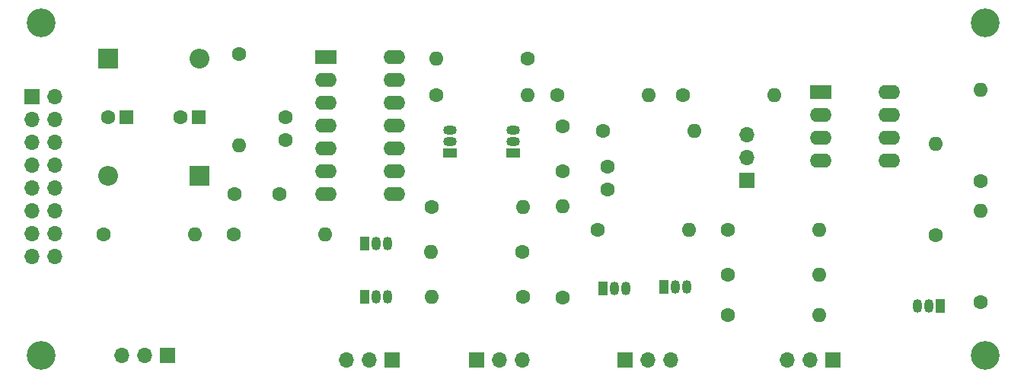
<source format=gbr>
%TF.GenerationSoftware,KiCad,Pcbnew,7.0.1-0*%
%TF.CreationDate,2023-07-04T20:45:15+01:00*%
%TF.ProjectId,Penfold_ADSR,50656e66-6f6c-4645-9f41-4453522e6b69,rev?*%
%TF.SameCoordinates,Original*%
%TF.FileFunction,Soldermask,Top*%
%TF.FilePolarity,Negative*%
%FSLAX46Y46*%
G04 Gerber Fmt 4.6, Leading zero omitted, Abs format (unit mm)*
G04 Created by KiCad (PCBNEW 7.0.1-0) date 2023-07-04 20:45:15*
%MOMM*%
%LPD*%
G01*
G04 APERTURE LIST*
%ADD10R,1.050000X1.500000*%
%ADD11O,1.050000X1.500000*%
%ADD12C,1.600000*%
%ADD13O,1.600000X1.600000*%
%ADD14R,2.200000X2.200000*%
%ADD15O,2.200000X2.200000*%
%ADD16C,3.200000*%
%ADD17R,1.700000X1.700000*%
%ADD18O,1.700000X1.700000*%
%ADD19R,1.600000X1.600000*%
%ADD20R,1.500000X1.050000*%
%ADD21O,1.500000X1.050000*%
%ADD22R,2.400000X1.600000*%
%ADD23O,2.400000X1.600000*%
G04 APERTURE END LIST*
D10*
%TO.C,Q6*%
X146230000Y-94360000D03*
D11*
X147500000Y-94360000D03*
X148770000Y-94360000D03*
%TD*%
D12*
%TO.C,R3*%
X99000000Y-68420000D03*
D13*
X99000000Y-78580000D03*
%TD*%
D14*
%TO.C,D1*%
X84420000Y-69000000D03*
D15*
X94580000Y-69000000D03*
%TD*%
D10*
%TO.C,Q3*%
X112960000Y-95500000D03*
D11*
X114230000Y-95500000D03*
X115500000Y-95500000D03*
%TD*%
D12*
%TO.C,C6*%
X135000000Y-81500000D03*
X135000000Y-76500000D03*
%TD*%
%TO.C,R13*%
X138920000Y-88000000D03*
D13*
X149080000Y-88000000D03*
%TD*%
D16*
%TO.C,H1*%
X77000000Y-65000000D03*
%TD*%
D17*
%TO.C,J1*%
X76000000Y-73220000D03*
D18*
X78540000Y-73220000D03*
X76000000Y-75760000D03*
X78540000Y-75760000D03*
X76000000Y-78300000D03*
X78540000Y-78300000D03*
X76000000Y-80840000D03*
X78540000Y-80840000D03*
X76000000Y-83380000D03*
X78540000Y-83380000D03*
X76000000Y-85920000D03*
X78540000Y-85920000D03*
X76000000Y-88460000D03*
X78540000Y-88460000D03*
X76000000Y-91000000D03*
X78540000Y-91000000D03*
%TD*%
D12*
%TO.C,C5*%
X140000000Y-81000000D03*
X140000000Y-83500000D03*
%TD*%
D17*
%TO.C,RV1*%
X116000000Y-102500000D03*
D18*
X113460000Y-102500000D03*
X110920000Y-102500000D03*
%TD*%
D12*
%TO.C,R12*%
X139500000Y-77000000D03*
D13*
X149660000Y-77000000D03*
%TD*%
D19*
%TO.C,C1*%
X94500000Y-75500000D03*
D12*
X92500000Y-75500000D03*
%TD*%
D17*
%TO.C,J4*%
X165040000Y-102500000D03*
D18*
X162500000Y-102500000D03*
X159960000Y-102500000D03*
%TD*%
D12*
%TO.C,C3*%
X98500000Y-84000000D03*
X103500000Y-84000000D03*
%TD*%
D10*
%TO.C,Q2*%
X139460000Y-94500000D03*
D11*
X140730000Y-94500000D03*
X142000000Y-94500000D03*
%TD*%
D12*
%TO.C,R8*%
X130500000Y-90500000D03*
D13*
X120340000Y-90500000D03*
%TD*%
D12*
%TO.C,R7*%
X135000000Y-95580000D03*
D13*
X135000000Y-85420000D03*
%TD*%
D20*
%TO.C,Q1*%
X129500000Y-79500000D03*
D21*
X129500000Y-78230000D03*
X129500000Y-76960000D03*
%TD*%
D12*
%TO.C,R17*%
X181500000Y-96080000D03*
D13*
X181500000Y-85920000D03*
%TD*%
D17*
%TO.C,J2*%
X91040000Y-102000000D03*
D18*
X88500000Y-102000000D03*
X85960000Y-102000000D03*
%TD*%
D20*
%TO.C,Q5*%
X122500000Y-79500000D03*
D21*
X122500000Y-78230000D03*
X122500000Y-76960000D03*
%TD*%
D17*
%TO.C,RV4*%
X141920000Y-102500000D03*
D18*
X144460000Y-102500000D03*
X147000000Y-102500000D03*
%TD*%
D16*
%TO.C,H3*%
X182000000Y-102000000D03*
%TD*%
D17*
%TO.C,RV2*%
X125420000Y-102500000D03*
D18*
X127960000Y-102500000D03*
X130500000Y-102500000D03*
%TD*%
D22*
%TO.C,U1*%
X108675000Y-68800000D03*
D23*
X108675000Y-71340000D03*
X108675000Y-73880000D03*
X108675000Y-76420000D03*
X108675000Y-78960000D03*
X108675000Y-81500000D03*
X108675000Y-84040000D03*
X116295000Y-84040000D03*
X116295000Y-81500000D03*
X116295000Y-78960000D03*
X116295000Y-76420000D03*
X116295000Y-73880000D03*
X116295000Y-71340000D03*
X116295000Y-68800000D03*
%TD*%
D12*
%TO.C,R2*%
X98420000Y-88500000D03*
D13*
X108580000Y-88500000D03*
%TD*%
D12*
%TO.C,R11*%
X148420000Y-73000000D03*
D13*
X158580000Y-73000000D03*
%TD*%
D12*
%TO.C,R4*%
X130580000Y-95500000D03*
D13*
X120420000Y-95500000D03*
%TD*%
D12*
%TO.C,R10*%
X134420000Y-73000000D03*
D13*
X144580000Y-73000000D03*
%TD*%
D17*
%TO.C,RV3*%
X155500000Y-82525000D03*
D18*
X155500000Y-79985000D03*
X155500000Y-77445000D03*
%TD*%
D14*
%TO.C,D2*%
X94580000Y-82000000D03*
D15*
X84420000Y-82000000D03*
%TD*%
D19*
%TO.C,C2*%
X86500000Y-75500000D03*
D12*
X84500000Y-75500000D03*
%TD*%
D10*
%TO.C,Q4*%
X112960000Y-89500000D03*
D11*
X114230000Y-89500000D03*
X115500000Y-89500000D03*
%TD*%
D12*
%TO.C,R6*%
X120920000Y-73000000D03*
D13*
X131080000Y-73000000D03*
%TD*%
D12*
%TO.C,R15*%
X131080000Y-69000000D03*
D13*
X120920000Y-69000000D03*
%TD*%
D12*
%TO.C,R1*%
X83920000Y-88500000D03*
D13*
X94080000Y-88500000D03*
%TD*%
D16*
%TO.C,H4*%
X77000000Y-102000000D03*
%TD*%
D12*
%TO.C,R16*%
X153420000Y-97500000D03*
D13*
X163580000Y-97500000D03*
%TD*%
D16*
%TO.C,H2*%
X182000000Y-65000000D03*
%TD*%
D22*
%TO.C,U2*%
X163675000Y-72700000D03*
D23*
X163675000Y-75240000D03*
X163675000Y-77780000D03*
X163675000Y-80320000D03*
X171295000Y-80320000D03*
X171295000Y-77780000D03*
X171295000Y-75240000D03*
X171295000Y-72700000D03*
%TD*%
D12*
%TO.C,C4*%
X104175000Y-75500000D03*
X104175000Y-78000000D03*
%TD*%
%TO.C,R5*%
X120420000Y-85500000D03*
D13*
X130580000Y-85500000D03*
%TD*%
D12*
%TO.C,R18*%
X181500000Y-82580000D03*
D13*
X181500000Y-72420000D03*
%TD*%
D12*
%TO.C,R14*%
X153420000Y-93000000D03*
D13*
X163580000Y-93000000D03*
%TD*%
D12*
%TO.C,R9*%
X176500000Y-88580000D03*
D13*
X176500000Y-78420000D03*
%TD*%
D12*
%TO.C,R19*%
X153420000Y-88000000D03*
D13*
X163580000Y-88000000D03*
%TD*%
D10*
%TO.C,Q7*%
X177000000Y-96500000D03*
D11*
X175730000Y-96500000D03*
X174460000Y-96500000D03*
%TD*%
M02*

</source>
